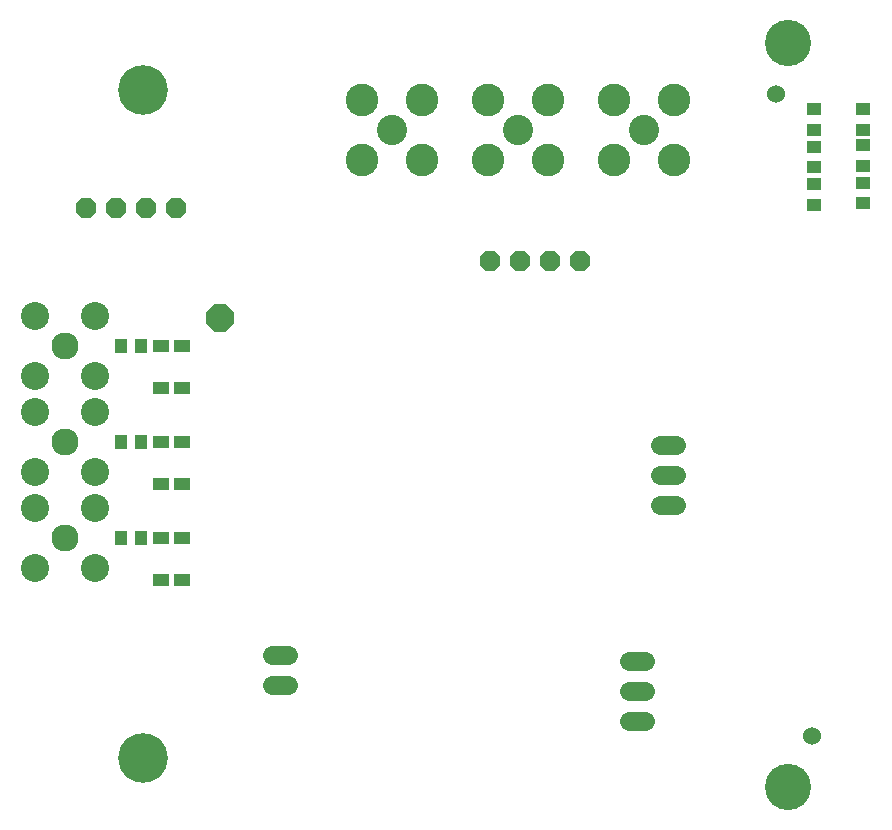
<source format=gbs>
G75*
%MOIN*%
%OFA0B0*%
%FSLAX24Y24*%
%IPPOS*%
%LPD*%
%AMOC8*
5,1,8,0,0,1.08239X$1,22.5*
%
%ADD10C,0.1540*%
%ADD11C,0.0600*%
%ADD12OC8,0.0671*%
%ADD13C,0.0905*%
%ADD14C,0.0935*%
%ADD15C,0.1655*%
%ADD16C,0.0620*%
%ADD17R,0.0500X0.0430*%
%ADD18OC8,0.0680*%
%ADD19C,0.1010*%
%ADD20C,0.1085*%
%ADD21R,0.0560X0.0440*%
%ADD22R,0.0430X0.0500*%
%ADD23OC8,0.0930*%
D10*
X032180Y004680D03*
X032180Y029480D03*
D11*
X031780Y027785D03*
X032980Y006385D03*
D12*
X025230Y022230D03*
X024230Y022230D03*
X023230Y022230D03*
X022230Y022230D03*
D13*
X008080Y019380D03*
X008080Y016180D03*
X008080Y012980D03*
D14*
X007080Y011980D03*
X009080Y011980D03*
X009080Y013980D03*
X009080Y015180D03*
X007080Y015180D03*
X007080Y013980D03*
X007080Y017180D03*
X007080Y018380D03*
X009080Y018380D03*
X009080Y017180D03*
X009080Y020380D03*
X007080Y020380D03*
D15*
X010684Y005664D03*
X010684Y027928D03*
D16*
X027910Y016080D02*
X028450Y016080D01*
X028450Y015080D02*
X027910Y015080D01*
X027910Y014080D02*
X028450Y014080D01*
X027400Y008880D02*
X026860Y008880D01*
X026860Y007880D02*
X027400Y007880D01*
X027400Y006880D02*
X026860Y006880D01*
X015500Y008080D02*
X014960Y008080D01*
X014960Y009080D02*
X015500Y009080D01*
D17*
X033030Y024090D03*
X033030Y024770D03*
X033030Y025340D03*
X033030Y026020D03*
X033030Y026590D03*
X033030Y027270D03*
X034680Y027270D03*
X034680Y026590D03*
X034680Y026070D03*
X034680Y025390D03*
X034680Y024820D03*
X034680Y024140D03*
D18*
X011780Y023980D03*
X010780Y023980D03*
X009780Y023980D03*
X008780Y023980D03*
D19*
X018980Y026580D03*
X023180Y026580D03*
X027380Y026580D03*
D20*
X028380Y027580D03*
X028380Y025580D03*
X026380Y025580D03*
X026380Y027580D03*
X024180Y027580D03*
X024180Y025580D03*
X022180Y025580D03*
X022180Y027580D03*
X019980Y027580D03*
X019980Y025580D03*
X017980Y025580D03*
X017980Y027580D03*
D21*
X011980Y019389D03*
X011280Y019389D03*
X011280Y017971D03*
X011980Y017971D03*
X011980Y016189D03*
X011280Y016189D03*
X011280Y014771D03*
X011980Y014771D03*
X011980Y012989D03*
X011280Y012989D03*
X011280Y011571D03*
X011980Y011571D03*
D22*
X010620Y012980D03*
X009940Y012980D03*
X009940Y016180D03*
X010620Y016180D03*
X010620Y019380D03*
X009940Y019380D03*
D23*
X013230Y020330D03*
M02*

</source>
